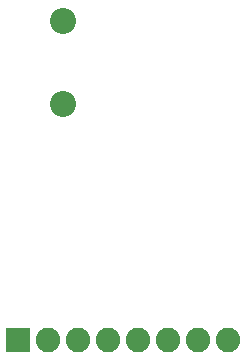
<source format=gbr>
G04 EAGLE Gerber RS-274X export*
G75*
%MOMM*%
%FSLAX34Y34*%
%LPD*%
%INSoldermask Bottom*%
%IPPOS*%
%AMOC8*
5,1,8,0,0,1.08239X$1,22.5*%
G01*
%ADD10R,2.082800X2.082800*%
%ADD11C,2.082800*%
%ADD12C,2.203200*%


D10*
X25400Y12700D03*
D11*
X50800Y12700D03*
X76200Y12700D03*
X101600Y12700D03*
X127000Y12700D03*
X152400Y12700D03*
X177800Y12700D03*
X203200Y12700D03*
D12*
X63500Y282500D03*
X63500Y212500D03*
M02*

</source>
